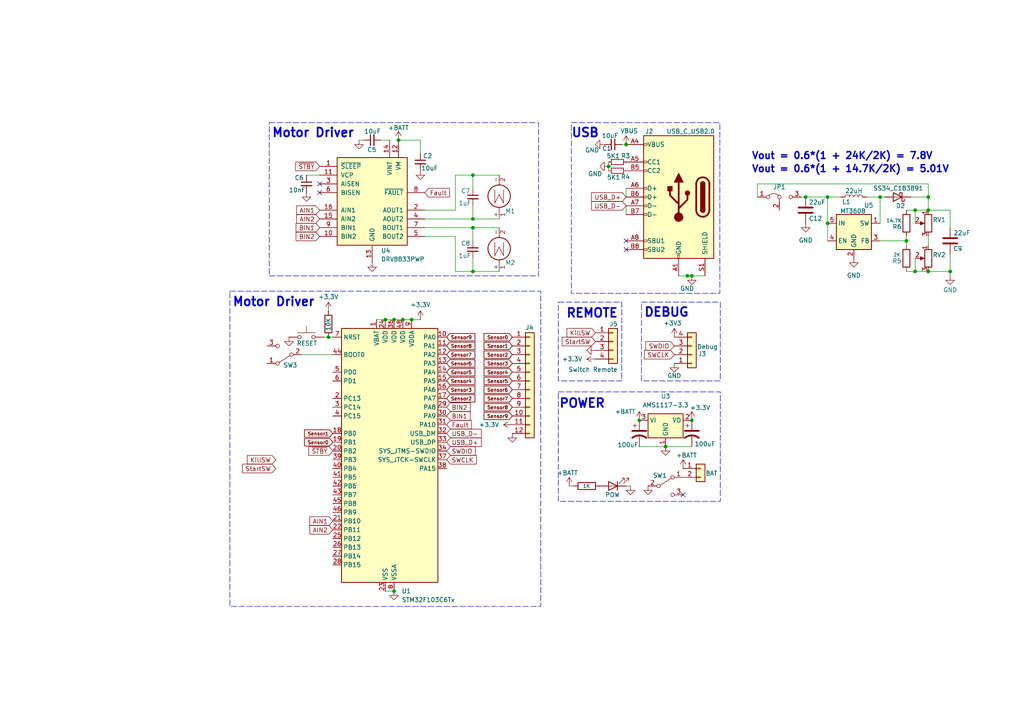
<source format=kicad_sch>
(kicad_sch (version 20231120) (generator "eeschema") (generator_version "8.0")
  (paper "A4")
  (lib_symbols
    (symbol "Connector:USB_C_Receptacle_USB2.0" (pin_names (offset 1.016))
      (property "Reference" "J3" (at -5.715 21.209 0))
      (property "Value" "USB_C_USB2.0" (at 3.556 19.05 0))
      (symbol "USB_C_Receptacle_USB2.0_0_0"
        (rectangle (start -0.254 -17.78) (end 0.254 -16.764))
        (rectangle (start 10.16 -14.986) (end 9.144 -15.494))
        (rectangle (start 10.16 -12.446) (end 9.144 -12.954))
        (rectangle (start 10.16 -4.826) (end 9.144 -5.334))
        (rectangle (start 10.16 -2.286) (end 9.144 -2.794))
        (rectangle (start 10.16 0.254) (end 9.144 -0.254))
        (rectangle (start 10.16 2.794) (end 9.144 2.286))
        (rectangle (start 10.16 7.874) (end 9.144 7.366))
        (rectangle (start 10.16 10.414) (end 9.144 9.906))
        (rectangle (start 10.16 15.494) (end 9.144 14.986))
      )
      (symbol "USB_C_Receptacle_USB2.0_0_1"
        (rectangle (start -10.16 17.78) (end 10.16 -17.78) (stroke (width 0.254)) (fill (type background)))
        (arc (start -8.89 -3.81) (mid -6.985 -5.7067) (end -5.08 -3.81) (stroke (width 0.508)))
        (arc (start -7.62 -3.81) (mid -6.985 -4.4423) (end -6.35 -3.81) (stroke (width 0.254)))
        (arc (start -7.62 -3.81) (mid -6.985 -4.4423) (end -6.35 -3.81) (stroke (width 0.254)) (fill (type outline)))
        (rectangle (start -7.62 -3.81) (end -6.35 3.81) (stroke (width 0.254)) (fill (type outline)))
        (arc (start -6.35 3.81) (mid -6.985 4.4423) (end -7.62 3.81) (stroke (width 0.254)))
        (arc (start -6.35 3.81) (mid -6.985 4.4423) (end -7.62 3.81) (stroke (width 0.254)) (fill (type outline)))
        (arc (start -5.08 3.81) (mid -6.985 5.7067) (end -8.89 3.81) (stroke (width 0.508)))
        (circle (center -2.54 1.143) (radius 0.635) (stroke (width 0.254)) (fill (type outline)))
        (circle (center 0 -5.842) (radius 1.27) (fill (type outline)))
        (polyline (pts (xy -8.89 -3.81) (xy -8.89 3.81)) (stroke (width 0.508)))
        (polyline (pts (xy -5.08 3.81) (xy -5.08 -3.81)) (stroke (width 0.508)))
        (polyline (pts (xy 0 -5.842) (xy 0 4.318)) (stroke (width 0.508)))
        (polyline (pts (xy 0 -3.302) (xy -2.54 -0.762) (xy -2.54 0.508)) (stroke (width 0.508)))
        (polyline (pts (xy 0 -2.032) (xy 2.54 0.508) (xy 2.54 1.778)) (stroke (width 0.508)))
        (polyline (pts (xy -1.27 4.318) (xy 0 6.858) (xy 1.27 4.318) (xy -1.27 4.318)) (stroke (width 0.254)) (fill (type outline)))
        (rectangle (start 1.905 1.778) (end 3.175 3.048) (stroke (width 0.254)) (fill (type outline)))
      )
      (symbol "USB_C_Receptacle_USB2.0_1_1"
        (pin passive line (at 0 -22.86 90) (length 5.08) (name "GND") (number "A1"))
        (pin passive line (at 15.24 15.24 180) (length 5.08) (name "VBUS") (number "A4"))
        (pin bidirectional line (at 15.24 10.16 180) (length 5.08) (name "CC1") (number "A5"))
        (pin bidirectional line (at 15.24 2.54 180) (length 5.08) (name "D+") (number "A6"))
        (pin bidirectional line (at 15.24 -2.54 180) (length 5.08) (name "D-") (number "A7"))
        (pin bidirectional line (at 15.24 -12.7 180) (length 5.08) (name "SBU1") (number "A8"))
        (pin passive line (at -2.54 -22.86 90) (length 5.08) hide (name "GND") (number "B1"))
        (pin passive line (at 15.24 12.7 180) (length 5.08) hide (name "VBUS") (number "B4"))
        (pin bidirectional line (at 15.24 7.62 180) (length 5.08) (name "CC2") (number "B5"))
        (pin bidirectional line (at 15.24 0 180) (length 5.08) (name "D+") (number "B6"))
        (pin bidirectional line (at 15.24 -5.08 180) (length 5.08) (name "D-") (number "B7"))
        (pin bidirectional line (at 15.24 -15.24 180) (length 5.08) (name "SBU2") (number "B8"))
        (pin passive line (at -7.62 -22.86 90) (length 5.08) (name "SHIELD") (number "S1"))
      )
    )
    (symbol "Connector_Generic:Conn_01x02" (pin_names (offset 1.016) hide)
      (property "Reference" "J" (at 0 2.54 0))
      (property "Value" "Conn_01x02" (at 0 -5.08 0))
      (symbol "Conn_01x02_1_1"
        (rectangle (start -1.27 -2.413) (end 0 -2.667) (stroke (width 0.1524)))
        (rectangle (start -1.27 0.127) (end 0 -0.127) (stroke (width 0.1524)))
        (rectangle (start -1.27 1.27) (end 1.27 -3.81) (stroke (width 0.254)) (fill (type background)))
        (pin passive line (at -5.08 0 0) (length 3.81) (name "Pin_1") (number "1"))
        (pin passive line (at -5.08 -2.54 0) (length 3.81) (name "Pin_2") (number "2"))
      )
    )
    (symbol "Connector_Generic:Conn_01x04" (pin_names (offset 1.016) hide)
      (property "Reference" "J" (at 0 5.08 0))
      (property "Value" "Conn_01x04" (at 0 -7.62 0))
      (symbol "Conn_01x04_1_1"
        (rectangle (start -1.27 -4.953) (end 0 -5.207) (stroke (width 0.1524)))
        (rectangle (start -1.27 -2.413) (end 0 -2.667) (stroke (width 0.1524)))
        (rectangle (start -1.27 0.127) (end 0 -0.127) (stroke (width 0.1524)))
        (rectangle (start -1.27 2.667) (end 0 2.413) (stroke (width 0.1524)))
        (rectangle (start -1.27 3.81) (end 1.27 -6.35) (stroke (width 0.254)) (fill (type background)))
        (pin passive line (at -5.08 2.54 0) (length 3.81) (name "Pin_1") (number "1"))
        (pin passive line (at -5.08 0 0) (length 3.81) (name "Pin_2") (number "2"))
        (pin passive line (at -5.08 -2.54 0) (length 3.81) (name "Pin_3") (number "3"))
        (pin passive line (at -5.08 -5.08 0) (length 3.81) (name "Pin_4") (number "4"))
      )
    )
    (symbol "Connector_Generic:Conn_01x12" (pin_names (offset 1.016) hide)
      (property "Reference" "J" (at 0 15.24 0))
      (property "Value" "Conn_01x12" (at 0 -17.78 0))
      (symbol "Conn_01x12_1_1"
        (rectangle (start -1.27 -15.113) (end 0 -15.367) (stroke (width 0.1524)))
        (rectangle (start -1.27 -12.573) (end 0 -12.827) (stroke (width 0.1524)))
        (rectangle (start -1.27 -10.033) (end 0 -10.287) (stroke (width 0.1524)))
        (rectangle (start -1.27 -7.493) (end 0 -7.747) (stroke (width 0.1524)))
        (rectangle (start -1.27 -4.953) (end 0 -5.207) (stroke (width 0.1524)))
        (rectangle (start -1.27 -2.413) (end 0 -2.667) (stroke (width 0.1524)))
        (rectangle (start -1.27 0.127) (end 0 -0.127) (stroke (width 0.1524)))
        (rectangle (start -1.27 2.667) (end 0 2.413) (stroke (width 0.1524)))
        (rectangle (start -1.27 5.207) (end 0 4.953) (stroke (width 0.1524)))
        (rectangle (start -1.27 7.747) (end 0 7.493) (stroke (width 0.1524)))
        (rectangle (start -1.27 10.287) (end 0 10.033) (stroke (width 0.1524)))
        (rectangle (start -1.27 12.827) (end 0 12.573) (stroke (width 0.1524)))
        (rectangle (start -1.27 13.97) (end 1.27 -16.51) (stroke (width 0.254)) (fill (type background)))
        (pin passive line (at -5.08 12.7 0) (length 3.81) (name "Pin_1") (number "1"))
        (pin passive line (at -5.08 -10.16 0) (length 3.81) (name "Pin_10") (number "10"))
        (pin passive line (at -5.08 -12.7 0) (length 3.81) (name "Pin_11") (number "11"))
        (pin passive line (at -5.08 -15.24 0) (length 3.81) (name "Pin_12") (number "12"))
        (pin passive line (at -5.08 10.16 0) (length 3.81) (name "Pin_2") (number "2"))
        (pin passive line (at -5.08 7.62 0) (length 3.81) (name "Pin_3") (number "3"))
        (pin passive line (at -5.08 5.08 0) (length 3.81) (name "Pin_4") (number "4"))
        (pin passive line (at -5.08 2.54 0) (length 3.81) (name "Pin_5") (number "5"))
        (pin passive line (at -5.08 0 0) (length 3.81) (name "Pin_6") (number "6"))
        (pin passive line (at -5.08 -2.54 0) (length 3.81) (name "Pin_7") (number "7"))
        (pin passive line (at -5.08 -5.08 0) (length 3.81) (name "Pin_8") (number "8"))
        (pin passive line (at -5.08 -7.62 0) (length 3.81) (name "Pin_9") (number "9"))
      )
    )
    (symbol "Device:C" (pin_numbers hide) (pin_names (offset 0.254))
      (property "Reference" "C" (at 0.635 2.54 0))
      (property "Value" "C" (at 0.635 -2.54 0))
      (symbol "C_0_1"
        (polyline (pts (xy -2.032 -0.762) (xy 2.032 -0.762)) (stroke (width 0.508)))
        (polyline (pts (xy -2.032 0.762) (xy 2.032 0.762)) (stroke (width 0.508)))
      )
      (symbol "C_1_1"
        (pin passive line (at 0 3.81 270) (length 2.794) (name "~") (number "1"))
        (pin passive line (at 0 -3.81 90) (length 2.794) (name "~") (number "2"))
      )
    )
    (symbol "Device:C_Polarized_US" (pin_numbers hide) (pin_names (offset 0.254) hide)
      (property "Reference" "C" (at 0.635 2.54 0))
      (property "Value" "C_Polarized_US" (at 0.635 -2.54 0))
      (symbol "C_Polarized_US_0_1"
        (polyline (pts (xy -2.032 0.762) (xy 2.032 0.762)) (stroke (width 0.508)))
        (polyline (pts (xy -1.778 2.286) (xy -0.762 2.286)))
        (polyline (pts (xy -1.27 1.778) (xy -1.27 2.794)))
        (arc (start 2.032 -1.27) (mid 0 -0.5572) (end -2.032 -1.27) (stroke (width 0.508)))
      )
      (symbol "C_Polarized_US_1_1"
        (pin passive line (at 0 3.81 270) (length 2.794) (name "~") (number "1"))
        (pin passive line (at 0 -3.81 90) (length 3.302) (name "~") (number "2"))
      )
    )
    (symbol "Device:C_Small" (pin_numbers hide) (pin_names (offset 0.254) hide)
      (property "Reference" "C" (at 0.254 1.778 0))
      (property "Value" "C_Small" (at 0.254 -2.032 0))
      (symbol "C_Small_0_1"
        (polyline (pts (xy -1.524 -0.508) (xy 1.524 -0.508)) (stroke (width 0.3302)))
        (polyline (pts (xy -1.524 0.508) (xy 1.524 0.508)) (stroke (width 0.3048)))
      )
      (symbol "C_Small_1_1"
        (pin passive line (at 0 2.54 270) (length 2.032) (name "~") (number "1"))
        (pin passive line (at 0 -2.54 90) (length 2.032) (name "~") (number "2"))
      )
    )
    (symbol "Device:D_Schottky" (pin_numbers hide) (pin_names (offset 1.016) hide)
      (property "Reference" "D" (at 0 2.54 0))
      (property "Value" "D_Schottky" (at 0 -2.54 0))
      (symbol "D_Schottky_0_1"
        (polyline (pts (xy 1.27 0) (xy -1.27 0)))
        (polyline (pts (xy 1.27 1.27) (xy 1.27 -1.27) (xy -1.27 0) (xy 1.27 1.27)) (stroke (width 0.254)))
        (polyline (pts (xy -1.905 0.635) (xy -1.905 1.27) (xy -1.27 1.27) (xy -1.27 -1.27) (xy -0.635 -1.27) (xy -0.635 -0.635)) (stroke (width 0.254)))
      )
      (symbol "D_Schottky_1_1"
        (pin passive line (at -3.81 0 0) (length 2.54) (name "K") (number "1"))
        (pin passive line (at 3.81 0 180) (length 2.54) (name "A") (number "2"))
      )
    )
    (symbol "Device:L" (pin_numbers hide) (pin_names (offset 1.016) hide)
      (property "Reference" "L" (at -1.27 0 90))
      (property "Value" "L" (at 1.905 0 90))
      (symbol "L_0_1"
        (arc (start 0 -2.54) (mid 0.6323 -1.905) (end 0 -1.27))
        (arc (start 0 -1.27) (mid 0.6323 -0.635) (end 0 0))
        (arc (start 0 0) (mid 0.6323 0.635) (end 0 1.27))
        (arc (start 0 1.27) (mid 0.6323 1.905) (end 0 2.54))
      )
      (symbol "L_1_1"
        (pin passive line (at 0 3.81 270) (length 1.27) (name "1") (number "1"))
        (pin passive line (at 0 -3.81 90) (length 1.27) (name "2") (number "2"))
      )
    )
    (symbol "Device:LED" (pin_numbers hide) (pin_names (offset 1.016) hide)
      (property "Reference" "D" (at 0 2.54 0))
      (property "Value" "LED" (at 0 -2.54 0))
      (symbol "LED_0_1"
        (polyline (pts (xy -1.27 -1.27) (xy -1.27 1.27)) (stroke (width 0.254)))
        (polyline (pts (xy -1.27 0) (xy 1.27 0)))
        (polyline (pts (xy 1.27 -1.27) (xy 1.27 1.27) (xy -1.27 0) (xy 1.27 -1.27)) (stroke (width 0.254)))
        (polyline (pts (xy -3.048 -0.762) (xy -4.572 -2.286) (xy -3.81 -2.286) (xy -4.572 -2.286) (xy -4.572 -1.524)))
        (polyline (pts (xy -1.778 -0.762) (xy -3.302 -2.286) (xy -2.54 -2.286) (xy -3.302 -2.286) (xy -3.302 -1.524)))
      )
      (symbol "LED_1_1"
        (pin passive line (at -3.81 0 0) (length 2.54) (name "K") (number "1"))
        (pin passive line (at 3.81 0 180) (length 2.54) (name "A") (number "2"))
      )
    )
    (symbol "Device:R" (pin_numbers hide) (pin_names (offset 0))
      (property "Reference" "R" (at 2.032 0 90))
      (property "Value" "R" (at 0 0 90))
      (symbol "R_0_1"
        (rectangle (start -1.016 -2.54) (end 1.016 2.54) (stroke (width 0.254)))
      )
      (symbol "R_1_1"
        (pin passive line (at 0 3.81 270) (length 1.27) (name "~") (number "1"))
        (pin passive line (at 0 -3.81 90) (length 1.27) (name "~") (number "2"))
      )
    )
    (symbol "Device:R_Potentiometer" (pin_names (offset 1.016) hide)
      (property "Reference" "RV" (at -4.445 0 90))
      (property "Value" "R_Potentiometer" (at -2.54 0 90))
      (symbol "R_Potentiometer_0_1"
        (polyline (pts (xy 2.54 0) (xy 1.524 0)))
        (polyline (pts (xy 1.143 0) (xy 2.286 0.508) (xy 2.286 -0.508) (xy 1.143 0)) (fill (type outline)))
        (rectangle (start 1.016 2.54) (end -1.016 -2.54) (stroke (width 0.254)))
      )
      (symbol "R_Potentiometer_1_1"
        (pin passive line (at 0 3.81 270) (length 1.27) (name "1") (number "1"))
        (pin passive line (at 3.81 0 180) (length 1.27) (name "2") (number "2"))
        (pin passive line (at 0 -3.81 90) (length 1.27) (name "3") (number "3"))
      )
    )
    (symbol "Device:R_Small" (pin_numbers hide) (pin_names (offset 0.254) hide)
      (property "Reference" "R" (at 0.762 0.508 0))
      (property "Value" "R_Small" (at 0.762 -1.016 0))
      (symbol "R_Small_0_1"
        (rectangle (start -0.762 1.778) (end 0.762 -1.778) (stroke (width 0.2032)))
      )
      (symbol "R_Small_1_1"
        (pin passive line (at 0 2.54 270) (length 0.762) (name "~") (number "1"))
        (pin passive line (at 0 -2.54 90) (length 0.762) (name "~") (number "2"))
      )
    )
    (symbol "Driver_Motor:DRV8833PWP" (pin_names (offset 1.016))
      (property "Reference" "U" (at -3.81 16.51 0))
      (property "Value" "DRV8833PWP" (at -3.81 13.97 0))
      (symbol "DRV8833PWP_0_1"
        (rectangle (start -10.16 12.7) (end 10.16 -12.7) (stroke (width 0.254)) (fill (type background)))
      )
      (symbol "DRV8833PWP_1_1"
        (pin input line (at -15.24 10.16 0) (length 5.08) (name "~{SLEEP}") (number "1"))
        (pin input line (at -15.24 -10.16 0) (length 5.08) (name "BIN2") (number "10"))
        (pin bidirectional line (at -15.24 7.62 0) (length 5.08) (name "VCP") (number "11"))
        (pin power_in line (at 7.62 17.78 270) (length 5.08) (name "VM") (number "12"))
        (pin power_in line (at 0 -17.78 90) (length 5.08) (name "GND") (number "13"))
        (pin power_in line (at 5.08 17.78 270) (length 5.08) (name "VINT") (number "14"))
        (pin input line (at -15.24 -5.08 0) (length 5.08) (name "AIN2") (number "15"))
        (pin input line (at -15.24 -2.54 0) (length 5.08) (name "AIN1") (number "16"))
        (pin passive line (at 0 -17.78 90) (length 5.08) hide (name "GND") (number "17"))
        (pin power_out line (at 15.24 -2.54 180) (length 5.08) (name "AOUT1") (number "2"))
        (pin bidirectional line (at -15.24 5.08 0) (length 5.08) (name "AISEN") (number "3"))
        (pin power_out line (at 15.24 -5.08 180) (length 5.08) (name "AOUT2") (number "4"))
        (pin power_out line (at 15.24 -10.16 180) (length 5.08) (name "BOUT2") (number "5"))
        (pin bidirectional line (at -15.24 2.54 0) (length 5.08) (name "BISEN") (number "6"))
        (pin power_out line (at 15.24 -7.62 180) (length 5.08) (name "BOUT1") (number "7"))
        (pin open_collector line (at 15.24 2.54 180) (length 5.08) (name "~{FAULT}") (number "8"))
        (pin input line (at -15.24 -7.62 0) (length 5.08) (name "BIN1") (number "9"))
      )
    )
    (symbol "Jumper:Jumper_3_Bridged12" (pin_names (offset 0) hide)
      (property "Reference" "JP" (at -2.54 -2.54 0))
      (property "Value" "Jumper_3_Bridged12" (at 0 2.794 0))
      (symbol "Jumper_3_Bridged12_0_0"
        (circle (center -3.302 0) (radius 0.508))
        (circle (center 0 0) (radius 0.508))
        (circle (center 3.302 0) (radius 0.508))
      )
      (symbol "Jumper_3_Bridged12_0_1"
        (arc (start -0.254 0.508) (mid -1.651 0.9912) (end -3.048 0.508))
        (polyline (pts (xy 0 -1.27) (xy 0 -0.508)))
      )
      (symbol "Jumper_3_Bridged12_1_1"
        (pin passive line (at -6.35 0 0) (length 2.54) (name "A") (number "1"))
        (pin passive line (at 0 -3.81 90) (length 2.54) (name "C") (number "2"))
        (pin passive line (at 6.35 0 180) (length 2.54) (name "B") (number "3"))
      )
    )
    (symbol "MCU_ST_STM32F1:STM32F103C6Tx"
      (property "Reference" "U" (at -12.7 39.37 0))
      (property "Value" "STM32F103C6Tx" (at 10.16 39.37 0))
      (symbol "STM32F103C6Tx_0_1"
        (rectangle (start -12.7 -35.56) (end 15.24 38.1) (stroke (width 0.254)) (fill (type background)))
      )
      (symbol "STM32F103C6Tx_1_1"
        (pin power_in line (at -2.54 40.64 270) (length 2.54) (name "VBAT") (number "1"))
        (pin bidirectional line (at 17.78 35.56 180) (length 2.54) (name "PA0") (number "10"))
        (pin bidirectional line (at 17.78 33.02 180) (length 2.54) (name "PA1") (number "11"))
        (pin bidirectional line (at 17.78 30.48 180) (length 2.54) (name "PA2") (number "12"))
        (pin bidirectional line (at 17.78 27.94 180) (length 2.54) (name "PA3") (number "13"))
        (pin bidirectional line (at 17.78 25.4 180) (length 2.54) (name "PA4") (number "14"))
        (pin bidirectional line (at 17.78 22.86 180) (length 2.54) (name "PA5") (number "15"))
        (pin bidirectional line (at 17.78 20.32 180) (length 2.54) (name "PA6") (number "16"))
        (pin bidirectional line (at 17.78 17.78 180) (length 2.54) (name "PA7") (number "17"))
        (pin bidirectional line (at -15.24 7.62 0) (length 2.54) (name "PB0") (number "18"))
        (pin bidirectional line (at -15.24 5.08 0) (length 2.54) (name "PB1") (number "19"))
        (pin bidirectional line (at -15.24 17.78 0) (length 2.54) (name "PC13") (number "2"))
        (pin bidirectional line (at -15.24 2.54 0) (length 2.54) (name "PB2") (number "20"))
        (pin bidirectional line (at -15.24 -17.78 0) (length 2.54) (name "PB10") (number "21"))
        (pin bidirectional line (at -15.24 -20.32 0) (length 2.54) (name "PB11") (number "22"))
        (pin power_in line (at 0 -38.1 90) (length 2.54) (name "VSS") (number "23"))
        (pin power_in line (at 0 40.64 270) (length 2.54) (name "VDD") (number "24"))
        (pin bidirectional line (at -15.24 -22.86 0) (length 2.54) (name "PB12") (number "25"))
        (pin bidirectional line (at -15.24 -25.4 0) (length 2.54) (name "PB13") (number "26"))
        (pin bidirectional line (at -15.24 -27.94 0) (length 2.54) (name "PB14") (number "27"))
        (pin bidirectional line (at -15.24 -30.48 0) (length 2.54) (name "PB15") (number "28"))
        (pin bidirectional line (at 17.78 15.24 180) (length 2.54) (name "PA8") (number "29"))
        (pin bidirectional line (at -15.24 15.24 0) (length 2.54) (name "PC14") (number "3"))
        (pin bidirectional line (at 17.78 12.7 180) (length 2.54) (name "PA9") (number "30"))
        (pin bidirectional line (at 17.78 10.16 180) (length 2.54) (name "PA10") (number "31"))
        (pin bidirectional line (at 17.78 7.62 180) (length 2.54) (name "PA11") (number "32") (alternate "USB_DM" bidirectional line))
        (pin bidirectional line (at 17.78 5.08 180) (length 2.54) (name "PA12") (number "33") (alternate "USB_DP" bidirectional line))
        (pin bidirectional line (at 17.78 2.54 180) (length 2.54) (name "PA13") (number "34") (alternate "SYS_JTMS-SWDIO" bidirectional line))
        (pin passive line (at 0 -38.1 90) (length 2.54) hide (name "VSS") (number "35"))
        (pin power_in line (at 2.54 40.64 270) (length 2.54) (name "VDD") (number "36"))
        (pin bidirectional line (at 17.78 0 180) (length 2.54) (name "PA14") (number "37") (alternate "SYS_JTCK-SWCLK" bidirectional line))
        (pin bidirectional line (at 17.78 -2.54 180) (length 2.54) (name "PA15") (number "38"))
        (pin bidirectional line (at -15.24 0 0) (length 2.54) (name "PB3") (number "39"))
        (pin bidirectional line (at -15.24 12.7 0) (length 2.54) (name "PC15") (number "4"))
        (pin bidirectional line (at -15.24 -2.54 0) (length 2.54) (name "PB4") (number "40"))
        (pin bidirectional line (at -15.24 -5.08 0) (length 2.54) (name "PB5") (number "41"))
        (pin bidirectional line (at -15.24 -7.62 0) (length 2.54) (name "PB6") (number "42"))
        (pin bidirectional line (at -15.24 -10.16 0) (length 2.54) (name "PB7") (number "43"))
        (pin input line (at -15.24 30.48 0) (length 2.54) (name "BOOT0") (number "44"))
        (pin bidirectional line (at -15.24 -12.7 0) (length 2.54) (name "PB8") (number "45"))
        (pin bidirectional line (at -15.24 -15.24 0) (length 2.54) (name "PB9") (number "46"))
        (pin passive line (at 0 -38.1 90) (length 2.54) hide (name "VSS") (number "47"))
        (pin power_in line (at 5.08 40.64 270) (length 2.54) (name "VDD") (number "48"))
        (pin bidirectional line (at -15.24 25.4 0) (length 2.54) (name "PD0") (number "5"))
        (pin bidirectional line (at -15.24 22.86 0) (length 2.54) (name "PD1") (number "6"))
        (pin input line (at -15.24 35.56 0) (length 2.54) (name "NRST") (number "7"))
        (pin power_in line (at 2.54 -38.1 90) (length 2.54) (name "VSSA") (number "8"))
        (pin power_in line (at 7.62 40.64 270) (length 2.54) (name "VDDA") (number "9"))
      )
    )
    (symbol "Motor:Motor_DC" (pin_names (offset 0))
      (property "Reference" "M" (at 2.54 2.54 0))
      (property "Value" "Motor_DC" (at 2.54 -5.08 0))
      (symbol "Motor_DC_0_0"
        (polyline (pts (xy -1.27 -3.302) (xy -1.27 0.508) (xy 0 -2.032) (xy 1.27 0.508) (xy 1.27 -3.302)))
      )
      (symbol "Motor_DC_0_1"
        (circle (center 0 -1.524) (radius 3.2512) (stroke (width 0.254)))
        (polyline (pts (xy 0 -7.62) (xy 0 -7.112)))
        (polyline (pts (xy 0 -4.7752) (xy 0 -5.1816)))
        (polyline (pts (xy 0 1.7272) (xy 0 2.0828)))
        (polyline (pts (xy 0 2.032) (xy 0 2.54)))
      )
      (symbol "Motor_DC_1_1"
        (pin passive line (at 0 5.08 270) (length 2.54) (name "+") (number "1"))
        (pin passive line (at 0 -7.62 90) (length 2.54) (name "-") (number "2"))
      )
    )
    (symbol "Regulator_Linear:AMS1117-3.3"
      (property "Reference" "U" (at -3.81 3.175 0))
      (property "Value" "AMS1117-3.3" (at 0 3.175 0))
      (symbol "AMS1117-3.3_0_1"
        (rectangle (start -5.08 -5.08) (end 5.08 1.905) (stroke (width 0.254)) (fill (type background)))
      )
      (symbol "AMS1117-3.3_1_1"
        (pin power_in line (at 0 -7.62 90) (length 2.54) (name "GND") (number "1"))
        (pin power_out line (at 7.62 0 180) (length 2.54) (name "VO") (number "2"))
        (pin power_in line (at -7.62 0 0) (length 2.54) (name "VI") (number "3"))
      )
    )
    (symbol "Regulator_Switching:MT3608"
      (property "Reference" "U" (at -2.54 8.89 0))
      (property "Value" "MT3608" (at -3.81 6.35 0))
      (symbol "MT3608_0_1"
        (rectangle (start -5.08 5.08) (end 5.08 -5.08) (stroke (width 0.254)) (fill (type background)))
      )
      (symbol "MT3608_1_1"
        (pin passive line (at 7.62 2.54 180) (length 2.54) (name "SW") (number "1"))
        (pin power_in line (at 0 -7.62 90) (length 2.54) (name "GND") (number "2"))
        (pin input line (at 7.62 -2.54 180) (length 2.54) (name "FB") (number "3"))
        (pin input line (at -7.62 -2.54 0) (length 2.54) (name "EN") (number "4"))
        (pin power_in line (at -7.62 2.54 0) (length 2.54) (name "IN") (number "5"))
        (pin no_connect line (at 5.08 0 180) (length 2.54) hide (name "NC") (number "6"))
      )
    )
    (symbol "Switch:SW_Push" (pin_numbers hide) (pin_names (offset 1.016) hide)
      (property "Reference" "SW" (at 1.27 2.54 0))
      (property "Value" "SW_Push" (at 0 -1.524 0))
      (symbol "SW_Push_0_1"
        (circle (center -2.032 0) (radius 0.508))
        (polyline (pts (xy 0 1.27) (xy 0 3.048)))
        (polyline (pts (xy 2.54 1.27) (xy -2.54 1.27)))
        (circle (center 2.032 0) (radius 0.508))
        (pin passive line (at -5.08 0 0) (length 2.54) (name "1") (number "1"))
        (pin passive line (at 5.08 0 180) (length 2.54) (name "2") (number "2"))
      )
    )
    (symbol "Switch:SW_SPDT" (pin_names (offset 0) hide)
      (property "Reference" "SW" (at 0 4.318 0))
      (property "Value" "SW_SPDT" (at 0 -5.08 0))
      (symbol "SW_SPDT_0_0"
        (circle (center -2.032 0) (radius 0.508))
        (circle (center 2.032 -2.54) (radius 0.508))
      )
      (symbol "SW_SPDT_0_1"
        (polyline (pts (xy -1.524 0.254) (xy 1.651 2.286)))
        (circle (center 2.032 2.54) (radius 0.508))
      )
      (symbol "SW_SPDT_1_1"
        (pin passive line (at 5.08 2.54 180) (length 2.54) (name "A") (number "1"))
        (pin passive line (at -5.08 0 0) (length 2.54) (name "B") (number "2"))
        (pin passive line (at 5.08 -2.54 180) (length 2.54) (name "C") (number "3"))
      )
    )
    (symbol "power:+3.3V" (power) (pin_numbers hide) (pin_names (offset 0) hide)
      (property "Value" "+3.3V" (at 0 3.556 0))
      (symbol "+3.3V_0_1"
        (polyline (pts (xy -0.762 1.27) (xy 0 2.54)))
        (polyline (pts (xy 0 0) (xy 0 2.54)))
        (polyline (pts (xy 0 2.54) (xy 0.762 1.27)))
      )
      (symbol "+3.3V_1_1"
        (pin power_in line (at 0 0 90) (length 0) (name "~") (number "1"))
      )
    )
    (symbol "power:+3V3" (power) (pin_names (offset 0))
      (property "Value" "+3V3" (at 0 3.556 0))
      (symbol "+3V3_0_1"
        (polyline (pts (xy -0.762 1.27) (xy 0 2.54)))
        (polyline (pts (xy 0 0) (xy 0 2.54)))
        (polyline (pts (xy 0 2.54) (xy 0.762 1.27)))
      )
      (symbol "+3V3_1_1"
        (pin power_in line (at 0 0 90) (length 0) hide (name "+3V3") (number "1"))
      )
    )
    (symbol "power:+BATT" (power) (pin_names (offset 0))
      (property "Value" "+BATT" (at 0 3.556 0))
      (symbol "+BATT_0_1"
        (polyline (pts (xy -0.762 1.27) (xy 0 2.54)))
        (polyline (pts (xy 0 0) (xy 0 2.54)))
        (polyline (pts (xy 0 2.54) (xy 0.762 1.27)))
      )
      (symbol "+BATT_1_1"
        (pin power_in line (at 0 0 90) (length 0) hide (name "+BATT") (number "1"))
      )
    )
    (symbol "power:GND" (power) (pin_names (offset 0))
      (property "Value" "GND" (at 0 -3.81 0))
      (symbol "GND_0_1"
        (polyline (pts (xy 0 0) (xy 0 -1.27) (xy 1.27 -1.27) (xy 0 -2.54) (xy -1.27 -1.27) (xy 0 -1.27)))
      )
      (symbol "GND_1_1"
        (pin power_in line (at 0 0 270) (length 0) hide (name "GND") (number "1"))
      )
    )
    (symbol "power:VBUS" (power) (pin_names (offset 0))
      (property "Value" "VBUS" (at 0 3.81 0))
      (symbol "VBUS_0_1"
        (polyline (pts (xy -0.762 1.27) (xy 0 2.54)))
        (polyline (pts (xy 0 0) (xy 0 2.54)))
        (polyline (pts (xy 0 2.54) (xy 0.762 1.27)))
      )
      (symbol "VBUS_1_1"
        (pin power_in line (at 0 0 90) (length 0) hide (name "VBUS") (number "1"))
      )
    )
  )
  (junction (at 137.16 63.5))
  (junction (at 255.27 57.15))
  (junction (at 240.03 57.15))
  (junction (at 262.89 69.85))
  (junction (at 137.16 66.04))
  (junction (at 265.43 78.74))
  (junction (at 114.3 171.45))
  (junction (at 233.68 57.15))
  (junction (at 181.61 41.91))
  (junction (at 119.38 92.71))
  (junction (at 240.03 64.77))
  (junction (at 176.53 48.26))
  (junction (at 137.16 50.8))
  (junction (at 265.43 60.96))
  (junction (at 200.66 121.92))
  (junction (at 137.16 78.74))
  (junction (at 115.57 40.64))
  (junction (at 114.3 92.71))
  (junction (at 116.84 92.71))
  (junction (at 200.66 80.01))
  (junction (at 199.39 80.01))
  (junction (at 193.04 129.54))
  (junction (at 111.76 92.71))
  (junction (at 269.24 78.74))
  (junction (at 269.24 60.96))
  (junction (at 269.24 57.15))
  (junction (at 185.42 121.92))
  (junction (at 275.59 78.74))
  (junction (at 95.25 97.79))
  (no_connect (at 181.61 72.39))
  (no_connect (at 92.71 55.88))
  (no_connect (at 181.61 69.85))
  (no_connect (at 92.71 53.34))
  (no_connect (at 198.12 143.51))
  (wire (pts (xy 137.16 63.5) (xy 123.19 63.5)))
  (wire (pts (xy 269.24 78.74) (xy 275.59 78.74)))
  (wire (pts (xy 219.71 57.15) (xy 219.71 53.34)))
  (wire (pts (xy 111.76 171.45) (xy 114.3 171.45)))
  (wire (pts (xy 87.63 102.87) (xy 96.52 102.87)))
  (wire (pts (xy 243.84 57.15) (xy 240.03 57.15)))
  (wire (pts (xy 181.61 57.15) (xy 181.61 54.61)))
  (wire (pts (xy 275.59 60.96) (xy 275.59 66.04)))
  (wire (pts (xy 265.43 60.96) (xy 269.24 60.96)))
  (wire (pts (xy 144.78 63.5) (xy 137.16 63.5)))
  (wire (pts (xy 275.59 80.01) (xy 275.59 78.74)))
  (wire (pts (xy 240.03 64.77) (xy 240.03 69.85)))
  (wire (pts (xy 181.61 41.91) (xy 180.34 41.91)))
  (wire (pts (xy 114.3 92.71) (xy 116.84 92.71)))
  (wire (pts (xy 137.16 74.93) (xy 137.16 78.74)))
  (wire (pts (xy 137.16 50.8) (xy 132.08 50.8)))
  (wire (pts (xy 132.08 68.58) (xy 132.08 78.74)))
  (wire (pts (xy 137.16 66.04) (xy 123.19 66.04)))
  (wire (pts (xy 144.78 50.8) (xy 137.16 50.8)))
  (wire (pts (xy 132.08 50.8) (xy 132.08 60.96)))
  (wire (pts (xy 121.92 40.64) (xy 115.57 40.64)))
  (wire (pts (xy 193.04 129.54) (xy 200.66 129.54)))
  (wire (pts (xy 111.76 92.71) (xy 114.3 92.71)))
  (wire (pts (xy 95.25 97.79) (xy 96.52 97.79)))
  (wire (pts (xy 269.24 60.96) (xy 275.59 60.96)))
  (wire (pts (xy 137.16 59.69) (xy 137.16 63.5)))
  (wire (pts (xy 144.78 66.04) (xy 137.16 66.04)))
  (wire (pts (xy 137.16 66.04) (xy 137.16 69.85)))
  (wire (pts (xy 262.89 71.12) (xy 262.89 69.85)))
  (wire (pts (xy 104.14 40.64) (xy 105.41 40.64)))
  (wire (pts (xy 137.16 50.8) (xy 137.16 54.61)))
  (wire (pts (xy 93.98 97.79) (xy 95.25 97.79)))
  (wire (pts (xy 182.88 140.97) (xy 181.61 140.97)))
  (wire (pts (xy 132.08 78.74) (xy 137.16 78.74)))
  (wire (pts (xy 265.43 60.96) (xy 265.43 64.77)))
  (wire (pts (xy 109.22 92.71) (xy 111.76 92.71)))
  (wire (pts (xy 88.9 50.8) (xy 92.71 50.8)))
  (wire (pts (xy 240.03 57.15) (xy 240.03 64.77)))
  (wire (pts (xy 219.71 53.34) (xy 269.24 53.34)))
  (wire (pts (xy 269.24 71.12) (xy 269.24 68.58)))
  (wire (pts (xy 123.19 68.58) (xy 132.08 68.58)))
  (wire (pts (xy 121.92 92.71) (xy 119.38 92.71)))
  (wire (pts (xy 265.43 78.74) (xy 269.24 78.74)))
  (wire (pts (xy 132.08 60.96) (xy 123.19 60.96)))
  (wire (pts (xy 116.84 92.71) (xy 119.38 92.71)))
  (wire (pts (xy 176.53 48.26) (xy 176.53 46.99)))
  (wire (pts (xy 176.53 48.26) (xy 176.53 49.53)))
  (wire (pts (xy 165.1 140.97) (xy 166.37 140.97)))
  (wire (pts (xy 255.27 57.15) (xy 251.46 57.15)))
  (wire (pts (xy 269.24 57.15) (xy 264.16 57.15)))
  (wire (pts (xy 185.42 129.54) (xy 193.04 129.54)))
  (wire (pts (xy 121.92 44.45) (xy 121.92 40.64)))
  (wire (pts (xy 265.43 74.93) (xy 265.43 78.74)))
  (wire (pts (xy 255.27 57.15) (xy 255.27 64.77)))
  (wire (pts (xy 255.27 57.15) (xy 256.54 57.15)))
  (wire (pts (xy 269.24 57.15) (xy 269.24 53.34)))
  (wire (pts (xy 137.16 78.74) (xy 144.78 78.74)))
  (wire (pts (xy 199.39 80.01) (xy 200.66 80.01)))
  (wire (pts (xy 196.85 80.01) (xy 199.39 80.01)))
  (wire (pts (xy 262.89 69.85) (xy 262.89 68.58)))
  (wire (pts (xy 181.61 62.23) (xy 181.61 59.69)))
  (wire (pts (xy 200.66 80.01) (xy 204.47 80.01)))
  (wire (pts (xy 262.89 60.96) (xy 265.43 60.96)))
  (wire (pts (xy 255.27 69.85) (xy 262.89 69.85)))
  (wire (pts (xy 262.89 78.74) (xy 265.43 78.74)))
  (wire (pts (xy 275.59 73.66) (xy 275.59 78.74)))
  (wire (pts (xy 233.68 57.15) (xy 232.41 57.15)))
  (wire (pts (xy 240.03 57.15) (xy 233.68 57.15)))
  (wire (pts (xy 110.49 40.64) (xy 113.03 40.64)))
  (wire (pts (xy 269.24 60.96) (xy 269.24 57.15)))
  (rectangle (start 161.925 113.665) (end 208.915 145.415) (stroke (width 0) (type dash)))
  (rectangle (start 78.105 35.56) (end 156.21 80.01) (stroke (width 0) (type dash)))
  (rectangle (start 161.925 87.63) (end 180.34 110.49) (stroke (width 0) (type dash)))
  (rectangle (start 66.675 84.455) (end 156.845 175.895) (stroke (width 0) (type dash)))
  (rectangle (start 165.735 35.56) (end 208.788 85.09) (stroke (width 0) (type dash)))
  (rectangle (start 186.055 87.63) (end 208.915 110.49) (stroke (width 0) (type dash)))
  (text "Motor Driver" (at 78.74 40.132 0) (effects (font (size 2.54 2.54) (bold yes)) (justify left bottom)))
  (text "Vout = 0.6*(1 + 24K/2K) = 7.8V" (at 217.932 46.482 0) (effects (font (size 2 2) (thickness 0.4) (bold yes)) (justify left bottom)))
  (text "POWER\n" (at 162.052 118.618 0) (effects (font (size 2.54 2.54) (bold yes)) (justify left bottom)))
  (text "Motor Driver" (at 67.31 89.154 0) (effects (font (size 2.54 2.54) (bold yes)) (justify left bottom)))
  (text "USB\n" (at 165.608 40.132 0) (effects (font (size 2.54 2.54) (bold yes)) (justify left bottom)))
  (text "Vout = 0.6*(1 + 14.7K/2K) = 5.01V" (at 217.932 50.292 0) (effects (font (size 2 2) (thickness 0.4) (bold yes)) (justify left bottom)))
  (text "DEBUG\n" (at 186.69 92.202 0) (effects (font (size 2.54 2.54) (bold yes)) (justify left bottom)))
  (text "REMOTE\n" (at 164.084 92.456 0) (effects (font (size 2.54 2.54) (bold yes)) (justify left bottom)))
  (global_label "KillSW" (shape input) (at 80.01 133.35 180) (property "Intersheetrefs" "${INTERSHEET_REFS}" (effects (hide yes))))
  (global_label "Sensor2" (shape input) (at 148.59 102.87 180) (effects (font (size 1 1) (thickness 0.2) (bold yes))) (property "Intersheetrefs" "${INTERSHEET_REFS}" (effects (hide yes))))
  (global_label "Sensor0" (shape input) (at 148.59 97.79 180) (effects (font (size 1 1) (thickness 0.2) (bold yes))) (property "Intersheetrefs" "${INTERSHEET_REFS}" (effects (hide yes))))
  (global_label "AIN1" (shape input) (at 92.71 60.96 180) (property "Intersheetrefs" "${INTERSHEET_REFS}" (effects (hide yes))))
  (global_label "BIN1" (shape input) (at 92.71 66.04 180) (property "Intersheetrefs" "${INTERSHEET_REFS}" (effects (hide yes))))
  (global_label "SWCLK" (shape input) (at 195.58 102.87 180) (property "Intersheetrefs" "${INTERSHEET_REFS}" (effects (hide yes))))
  (global_label "USB_D+" (shape input) (at 129.54 128.27 0) (property "Intersheetrefs" "${INTERSHEET_REFS}" (effects (hide yes))))
  (global_label "StartSW" (shape input) (at 172.72 99.06 180) (property "Intersheetrefs" "${INTERSHEET_REFS}" (effects (hide yes))))
  (global_label "Sensor3" (shape input) (at 129.54 113.03 0) (effects (font (size 1 1) (thickness 0.2) (bold yes))) (property "Intersheetrefs" "${INTERSHEET_REFS}" (effects (hide yes))))
  (global_label "Sensor6" (shape input) (at 129.54 105.41 0) (effects (font (size 1 1) (thickness 0.2) (bold yes))) (property "Intersheetrefs" "${INTERSHEET_REFS}" (effects (hide yes))))
  (global_label "~{STBY}" (shape input) (at 96.52 130.81 180) (property "Intersheetrefs" "${INTERSHEET_REFS}" (effects (hide yes))))
  (global_label "Fault" (shape input) (at 123.19 55.88 0) (property "Intersheetrefs" "${INTERSHEET_REFS}" (effects (hide yes))))
  (global_label "Sensor6" (shape input) (at 148.59 113.03 180) (effects (font (size 1 1) (thickness 0.2) (bold yes))) (property "Intersheetrefs" "${INTERSHEET_REFS}" (effects (hide yes))))
  (global_label "Sensor7" (shape input) (at 129.54 102.87 0) (effects (font (size 1 1) (thickness 0.2) (bold yes))) (property "Intersheetrefs" "${INTERSHEET_REFS}" (effects (hide yes))))
  (global_label "Sensor7" (shape input) (at 148.59 115.57 180) (effects (font (size 1 1) (thickness 0.2) (bold yes))) (property "Intersheetrefs" "${INTERSHEET_REFS}" (effects (hide yes))))
  (global_label "BIN1" (shape input) (at 129.54 120.65 0) (property "Intersheetrefs" "${INTERSHEET_REFS}" (effects (hide yes))))
  (global_label "SWDIO" (shape input) (at 129.54 130.81 0) (property "Intersheetrefs" "${INTERSHEET_REFS}" (effects (hide yes))))
  (global_label "USB_D-" (shape input) (at 129.54 125.73 0) (property "Intersheetrefs" "${INTERSHEET_REFS}" (effects (hide yes))))
  (global_label "AIN2" (shape input) (at 92.71 63.5 180) (property "Intersheetrefs" "${INTERSHEET_REFS}" (effects (hide yes))))
  (global_label "Sensor8" (shape input) (at 148.59 118.11 180) (effects (font (size 1 1) (thickness 0.2) (bold yes))) (property "Intersheetrefs" "${INTERSHEET_REFS}" (effects (hide yes))))
  (global_label "SWDIO" (shape input) (at 195.58 100.33 180) (property "Intersheetrefs" "${INTERSHEET_REFS}" (effects (hide yes))))
  (global_label "Sensor3" (shape input) (at 148.59 105.41 180) (effects (font (size 1 1) (thickness 0.2) (bold yes))) (property "Intersheetrefs" "${INTERSHEET_REFS}" (effects (hide yes))))
  (global_label "AIN2" (shape input) (at 96.52 153.67 180) (property "Intersheetrefs" "${INTERSHEET_REFS}" (effects (hide yes))))
  (global_label "AIN1" (shape input) (at 96.52 151.13 180) (property "Intersheetrefs" "${INTERSHEET_REFS}" (effects (hide yes))))
  (global_label "Sensor4" (shape input) (at 129.54 110.49 0) (effects (font (size 1 1) (thickness 0.2) (bold yes))) (property "Intersheetrefs" "${INTERSHEET_REFS}" (effects (hide yes))))
  (global_label "Sensor2" (shape input) (at 129.54 115.57 0) (effects (font (size 1 1) (thickness 0.2) (bold yes))) (property "Intersheetrefs" "${INTERSHEET_REFS}" (effects (hide yes))))
  (global_label "Sensor8" (shape input) (at 129.54 100.33 0) (effects (font (size 1 1) (thickness 0.2) (bold yes))) (property "Intersheetrefs" "${INTERSHEET_REFS}" (effects (hide yes))))
  (global_label "Sensor4" (shape input) (at 148.59 107.95 180) (effects (font (size 1 1) (thickness 0.2) (bold yes))) (property "Intersheetrefs" "${INTERSHEET_REFS}" (effects (hide yes))))
  (global_label "Sensor9" (shape input) (at 129.54 97.79 0) (effects (font (size 1 1) (thickness 0.2) (bold yes))) (property "Intersheetrefs" "${INTERSHEET_REFS}" (effects (hide yes))))
  (global_label "Sensor5" (shape input) (at 148.59 110.49 180) (effects (font (size 1 1) (thickness 0.2) (bold yes))) (property "Intersheetrefs" "${INTERSHEET_REFS}" (effects (hide yes))))
  (global_label "Sensor1" (shape input) (at 148.59 100.33 180) (effects (font (size 1 1) (thickness 0.2) (bold yes))) (property "Intersheetrefs" "${INTERSHEET_REFS}" (effects (hide yes))))
  (global_label "~{STBY}" (shape input) (at 92.71 48.26 180) (property "Intersheetrefs" "${INTERSHEET_REFS}" (effects (hide yes))))
  (global_label "BIN2" (shape input) (at 92.71 68.58 180) (property "Intersheetrefs" "${INTERSHEET_REFS}" (effects (hide yes))))
  (global_label "Sensor5" (shape input) (at 129.54 107.95 0) (effects (font (size 1 1) (thickness 0.2) (bold yes))) (property "Intersheetrefs" "${INTERSHEET_REFS}" (effects (hide yes))))
  (global_label "KillSW" (shape input) (at 172.72 96.52 180) (property "Intersheetrefs" "${INTERSHEET_REFS}" (effects (hide yes))))
  (global_label "BIN2" (shape input) (at 129.54 118.11 0) (property "Intersheetrefs" "${INTERSHEET_REFS}" (effects (hide yes))))
  (global_label "USB_D-" (shape input) (at 181.61 59.69 180) (property "Intersheetrefs" "${INTERSHEET_REFS}" (effects (hide yes))))
  (global_label "Fault" (shape input) (at 129.54 123.19 0) (property "Intersheetrefs" "${INTERSHEET_REFS}" (effects (hide yes))))
  (global_label "SWCLK" (shape input) (at 129.54 133.35 0) (property "Intersheetrefs" "${INTERSHEET_REFS}" (effects (hide yes))))
  (global_label "USB_D+" (shape input) (at 181.61 57.15 180) (property "Intersheetrefs" "${INTERSHEET_REFS}" (effects (hide yes))))
  (global_label "Sensor1" (shape input) (at 96.52 125.73 180) (effects (font (size 1 1) (thickness 0.2) (bold yes))) (property "Intersheetrefs" "${INTERSHEET_REFS}" (effects (hide yes))))
  (global_label "Sensor0" (shape input) (at 96.52 128.27 180) (effects (font (size 1 1) (thickness 0.2) (bold yes))) (property "Intersheetrefs" "${INTERSHEET_REFS}" (effects (hide yes))))
  (global_label "Sensor9" (shape input) (at 148.59 120.65 180) (effects (font (size 1 1) (thickness 0.2) (bold yes))) (property "Intersheetrefs" "${INTERSHEET_REFS}" (effects (hide yes))))
  (global_label "StartSW" (shape input) (at 80.01 135.89 180) (property "Intersheetrefs" "${INTERSHEET_REFS}" (effects (hide yes))))
  (symbol (lib_id "Switch:SW_SPDT") (at 82.55 102.87 180) (unit 1)
    (property "Reference" "SW3" (at 84.201 105.918 0))
    (property "Value" "SW_SPDT" (effects (hide yes)))
  )
  (symbol (lib_id "power:GND") (at 104.14 40.64 0) (mirror y) (unit 1)
    (property "Reference" "#PWR022" (effects (hide yes)))
    (property "Value" "GND" (effects (hide yes)))
  )
  (symbol (lib_id "Device:LED") (at 177.8 140.97 180) (unit 1)
    (property "Reference" "D1" (effects (hide yes)))
    (property "Value" "POW" (at 175.514 143.51 0) (effects (justify right)))
  )
  (symbol (lib_id "power:GND") (at 200.66 80.01 0) (unit 1)
    (property "Reference" "#PWR018" (effects (hide yes)))
    (property "Value" "GND" (at 197.231 83.693 0) (effects (justify left)))
  )
  (symbol (lib_id "Device:C_Small") (at 137.16 57.15 0) (mirror y) (unit 1)
    (property "Reference" "C7" (at 136.398 55.372 0) (effects (justify left)))
    (property "Value" "1uF" (at 136.652 58.928 0) (effects (justify left)))
    (property "Footprint" "Capacitor_SMD:C_0603_1608Metric" (effects (hide yes)))
  )
  (symbol (lib_id "Connector_Generic:Conn_01x04") (at 200.66 102.87 0) (mirror x) (unit 1)
    (property "Reference" "J3" (at 202.438 102.616 0) (effects (justify left)))
    (property "Value" "Debug" (at 202.184 100.584 0) (effects (justify left)))
    (property "Footprint" "Connector_PinHeader_2.54mm:PinHeader_1x04_P2.54mm_Horizontal" (effects (hide yes)))
    (property "Description" "Generic connector, single row, 01x04, script generated (kicad-library-utils/schlib/autogen/connector/)" (effects (hide yes)))
  )
  (symbol (lib_id "Device:R") (at 262.89 64.77 0) (mirror x) (unit 1)
    (property "Reference" "R6" (at 258.826 65.786 0) (effects (justify left)))
    (property "Value" "14.7K" (at 257.048 64.008 0) (effects (font (size 1 1)) (justify left)))
    (property "Footprint" "Resistor_SMD:R_0805_2012Metric_Pad1.20x1.40mm_HandSolder" (effects (hide yes)))
  )
  (symbol (lib_id "Device:R") (at 95.25 93.98 180) (unit 1)
    (property "Reference" "R2" (effects (hide yes)))
    (property "Value" "10K" (at 95.25 92.075 90) (effects (justify left)))
    (property "Footprint" "Resistor_SMD:R_1206_3216Metric" (effects (hide yes)))
  )
  (symbol (lib_id "Device:D_Schottky") (at 260.35 57.15 180) (unit 1)
    (property "Reference" "D2" (at 259.842 59.69 0) (effects (justify right)))
    (property "Value" "SS34_C183891" (at 253.238 54.61 0) (effects (justify right)))
  )
  (symbol (lib_id "Connector_Generic:Conn_01x12") (at 153.67 110.49 0) (unit 1)
    (property "Reference" "J4" (at 152.4 94.996 0) (effects (justify left)))
    (property "Value" "Conn_01x12" (effects (hide yes)))
    (property "Description" "Generic connector, single row, 01x12, script generated (kicad-library-utils/schlib/autogen/connector/)" (effects (hide yes)))
  )
  (symbol (lib_id "MCU_ST_STM32F1:STM32F103C6Tx") (at 111.76 133.35 0) (unit 1)
    (property "Reference" "U1" (at 116.4941 171.45 0) (effects (justify left)))
    (property "Value" "STM32F103C6Tx" (at 116.4941 173.99 0) (effects (justify left)))
    (property "Footprint" "Package_QFP:LQFP-48_7x7mm_P0.5mm" (effects (hide yes)))
    (property "Datasheet" "https://www.st.com/resource/en/datasheet/stm32f103c6.pdf" (effects (hide yes)))
    (property "Description" "STMicroelectronics Arm Cortex-M3 MCU, 32KB flash, 10KB RAM, 72 MHz, 2.0-3.6V, 37 GPIO, LQFP48" (effects (hide yes)))
    (pin "32" (alternate "USB_DM"))
    (pin "33" (alternate "USB_DP"))
    (pin "34" (alternate "SYS_JTMS-SWDIO"))
    (pin "37" (alternate "SYS_JTCK-SWCLK"))
  )
  (symbol (lib_id "Connector_Generic:Conn_01x02") (at 203.2 135.89 0) (unit 1)
    (property "Reference" "J1" (effects (hide yes)))
    (property "Value" "BAT" (at 204.597 137.287 0) (effects (justify left)))
    (property "Footprint" "Connector_PinHeader_2.54mm:PinHeader_1x02_P2.54mm_Vertical" (effects (hide yes)))
  )
  (symbol (lib_id "power:GND") (at 88.9 55.88 0) (mirror y) (unit 1)
    (property "Reference" "#PWR024" (effects (hide yes)))
    (property "Value" "GND" (effects (hide yes)))
  )
  (symbol (lib_id "power:GND") (at 172.72 101.6 270) (mirror x) (unit 1)
    (property "Reference" "#PWR08" (effects (hide yes)))
    (property "Value" "GND" (effects (hide yes)))
  )
  (symbol (lib_id "Device:C") (at 233.68 60.96 0) (unit 1)
    (property "Reference" "C12" (at 234.569 63.373 0) (effects (justify left)))
    (property "Value" "22uF" (at 234.569 58.674 0) (effects (justify left)))
  )
  (symbol (lib_id "Device:C_Small") (at 137.16 72.39 0) (mirror y) (unit 1)
    (property "Reference" "C8" (at 136.398 70.612 0) (effects (justify left)))
    (property "Value" "1uF" (at 136.652 74.168 0) (effects (justify left)))
    (property "Footprint" "Capacitor_SMD:C_0603_1608Metric" (effects (hide yes)))
  )
  (symbol (lib_id "power:GND") (at 114.3 171.45 0) (mirror y) (unit 1)
    (property "Reference" "#PWR01" (effects (hide yes)))
    (property "Value" "GND" (effects (hide yes)))
  )
  (symbol (lib_id "power:GND") (at 148.59 125.73 0) (mirror y) (unit 1)
    (property "Reference" "#PWR028" (effects (hide yes)))
    (property "Value" "GND" (effects (hide yes)))
  )
  (symbol (lib_id "Jumper:Jumper_3_Bridged12") (at 226.06 57.15 0) (unit 1)
    (property "Reference" "JP1" (at 226.06 54.229 0))
    (property "Value" "Jumper_3_Bridged12" (effects (hide yes)))
  )
  (symbol (lib_id "Device:R_Small") (at 179.07 49.53 270) (unit 1)
    (property "Reference" "R4" (at 180.086 51.308 90) (effects (justify left)))
    (property "Value" "5K1" (at 176.022 51.435 90) (effects (justify left)))
    (property "Footprint" "Resistor_SMD:R_0603_1608Metric" (effects (hide yes)))
  )
  (symbol (lib_id "Device:C_Small") (at 121.92 46.99 0) (unit 1)
    (property "Reference" "C2" (at 122.682 45.212 0) (effects (justify left)))
    (property "Value" "10uF" (at 122.174 48.768 0) (effects (justify left)))
    (property "Footprint" "Capacitor_SMD:C_0603_1608Metric" (effects (hide yes)))
  )
  (symbol (lib_id "power:GND") (at 193.04 129.54 0) (mirror y) (unit 1)
    (property "Reference" "#PWR010" (effects (hide yes)))
    (property "Value" "GND" (effects (hide yes)))
  )
  (symbol (lib_id "power:VBUS") (at 181.61 41.91 0) (unit 1)
    (property "Reference" "#PWR017" (effects (hide yes)))
    (property "Value" "VBUS" (at 182.499 37.973 0))
  )
  (symbol (lib_id "Regulator_Linear:AMS1117-3.3") (at 193.04 121.92 0) (unit 1)
    (property "Reference" "U3" (at 193.04 114.935 0))
    (property "Value" "AMS1117-3.3" (at 193.04 117.475 0))
    (property "Footprint" "Package_TO_SOT_SMD:SOT-223-3_TabPin2" (effects (hide yes)))
    (property "Datasheet" "http://www.advanced-monolithic.com/pdf/ds1117.pdf" (effects (hide yes)))
  )
  (symbol (lib_id "Motor:Motor_DC") (at 144.78 73.66 0) (mirror x) (unit 1)
    (property "Reference" "M2" (at 146.558 76.2 0) (effects (justify left)))
    (property "Value" "Motor_DC" (effects (hide yes)))
    (property "Footprint" "Connector_PinHeader_2.54mm:PinHeader_1x02_P2.54mm_Vertical" (effects (hide yes)))
    (property "Description" "DC Motor" (effects (hide yes)))
  )
  (symbol (lib_id "power:GND") (at 107.95 76.2 0) (mirror y) (unit 1)
    (property "Reference" "#PWR026" (effects (hide yes)))
    (property "Value" "GND" (effects (hide yes)))
  )
  (symbol (lib_id "Device:C_Polarized_US") (at 200.66 125.73 0) (unit 1)
    (property "Reference" "C4" (effects (hide yes)))
    (property "Value" "100uF" (at 204.47 128.778 0))
    (property "Footprint" "Capacitor_SMD:C_1210_3225Metric_Pad1.33x2.70mm_HandSolder" (effects (hide yes)))
  )
  (symbol (lib_id "Driver_Motor:DRV8833PWP") (at 107.95 58.42 0) (unit 1)
    (property "Reference" "U4" (at 110.49 72.644 0) (effects (justify left)))
    (property "Value" "DRV8833PWP" (at 110.49 75.184 0) (effects (justify left)))
    (property "Footprint" "Package_SO:HTSSOP-16-1EP_4.4x5mm_P0.65mm_EP3.4x5mm_Mask2.46x2.31mm_ThermalVias" (effects (hide yes)))
    (property "Datasheet" "https://www.ti.com/lit/ds/symlink/drv8833.pdf?ts=1719486193425&ref_url=https%253A%252F%252Fwww.google.com%252F" (effects (hide yes)))
    (property "Description" "Dual H-Bridge Motor Driver, HTSSOP-16" (effects (hide yes)))
  )
  (symbol (lib_id "Device:R") (at 170.18 140.97 270) (unit 1)
    (property "Reference" "R1" (effects (hide yes)))
    (property "Value" "1K" (at 169.037 140.97 90) (effects (font (size 1 1)) (justify left)))
    (property "Footprint" "Resistor_SMD:R_1206_3216Metric" (effects (hide yes)))
  )
  (symbol (lib_id "Device:L") (at 247.65 57.15 90) (unit 1)
    (property "Reference" "L1" (at 245.491 58.547 90))
    (property "Value" "22uH" (at 247.65 55.372 90))
    (property "Footprint" "Inductor_SMD:L_7.3x7.3_H4.5" (effects (hide yes)))
  )
  (symbol (lib_id "Device:C") (at 275.59 69.85 180) (unit 1)
    (property "Reference" "C9" (at 279.146 72.136 0) (effects (justify left)))
    (property "Value" "22uF" (at 281.432 67.564 0) (effects (justify left)))
  )
  (symbol (lib_id "Regulator_Switching:MT3608") (at 247.65 67.31 0) (unit 1)
    (property "Reference" "U5" (at 251.968 59.563 0))
    (property "Value" "MT3608" (at 247.396 61.214 0))
    (property "Footprint" "Package_TO_SOT_SMD:SOT-23-6" (effects (hide yes)))
    (property "Datasheet" "https://www.olimex.com/Products/Breadboarding/BB-PWR-3608/resources/MT3608.pdf" (effects (hide yes)))
  )
  (symbol (lib_id "power:+3V3") (at 195.58 97.79 0) (mirror y) (unit 1)
    (property "Reference" "#PWR019" (effects (hide yes)))
    (property "Value" "+3V3" (at 195.072 93.726 0))
  )
  (symbol (lib_id "power:+3.3V") (at 121.92 92.71 0) (unit 1)
    (property "Reference" "#PWR025" (effects (hide yes)))
    (property "Value" "+3.3V" (at 121.92 88.392 0))
    (property "Description" "Power symbol creates a global label with name \"+3.3V\"" (effects (hide yes)))
  )
  (symbol (lib_id "power:GND") (at 247.65 74.93 0) (unit 1)
    (property "Reference" "#PWR030" (effects (hide yes)))
    (property "Value" "GND" (at 247.65 79.883 0))
  )
  (symbol (lib_id "power:+BATT") (at 185.42 121.92 0) (unit 1)
    (property "Reference" "#PWR09" (effects (hide yes)))
    (property "Value" "+BATT" (at 181.356 119.38 0))
  )
  (symbol (lib_id "Device:R") (at 262.89 74.93 0) (mirror x) (unit 1)
    (property "Reference" "R5" (at 258.826 75.692 0) (effects (justify left)))
    (property "Value" "2K" (at 259.08 73.914 0) (effects (font (size 1 1)) (justify left)))
    (property "Footprint" "Resistor_SMD:R_0805_2012Metric_Pad1.20x1.40mm_HandSolder" (effects (hide yes)))
  )
  (symbol (lib_id "Device:R_Potentiometer") (at 269.24 74.93 0) (mirror y) (unit 1)
    (property "Reference" "RV2" (at 270.51 73.914 0) (effects (justify right)))
    (property "Value" "R_Potentiometer" (effects (hide yes)))
    (property "Description" "Potentiometer" (effects (hide yes)))
  )
  (symbol (lib_id "power:GND") (at 175.26 41.91 270) (unit 1)
    (property "Reference" "#PWR015" (effects (hide yes)))
    (property "Value" "GND" (at 169.672 43.561 90) (effects (justify left)))
  )
  (symbol (lib_id "Motor:Motor_DC") (at 144.78 58.42 0) (mirror x) (unit 1)
    (property "Reference" "M1" (at 146.558 61.214 0) (effects (justify left)))
    (property "Value" "Motor_DC" (effects (hide yes)))
    (property "Footprint" "Connector_PinHeader_2.54mm:PinHeader_1x02_P2.54mm_Vertical" (effects (hide yes)))
    (property "Description" "DC Motor" (effects (hide yes)))
  )
  (symbol (lib_id "power:GND") (at 182.88 140.97 0) (mirror y) (unit 1)
    (property "Reference" "#PWR014" (effects (hide yes)))
    (property "Value" "GND" (effects (hide yes)))
  )
  (symbol (lib_id "power:+3.3V") (at 200.66 121.92 0) (unit 1)
    (property "Reference" "#PWR012" (effects (hide yes)))
    (property "Value" "+3.3V" (at 203.073 118.237 0))
  )
  (symbol (lib_id "power:GND") (at 233.68 64.77 0) (unit 1)
    (property "Reference" "#PWR029" (effects (hide yes)))
    (property "Value" "GND" (at 233.68 69.723 0))
  )
  (symbol (lib_id "power:+3.3V") (at 172.72 104.14 90) (unit 1)
    (property "Reference" "#PWR011" (effects (hide yes)))
    (property "Value" "+3.3V" (at 168.91 104.1399 90) (effects (justify left)))
    (property "Description" "Power symbol creates a global label with name \"+3.3V\"" (effects (hide yes)))
  )
  (symbol (lib_id "power:+BATT") (at 165.1 140.97 0) (unit 1)
    (property "Reference" "#PWR013" (effects (hide yes)))
    (property "Value" "+BATT" (at 164.592 137.16 0))
  )
  (symbol (lib_id "Device:R_Small") (at 179.07 46.99 270) (unit 1)
    (property "Reference" "R3" (at 180.086 45.212 90) (effects (justify left)))
    (property "Value" "5K1" (at 175.895 45.212 90) (effects (justify left)))
    (property "Footprint" "Resistor_SMD:R_0603_1608Metric" (effects (hide yes)))
  )
  (symbol (lib_id "power:GND") (at 187.96 140.97 0) (mirror y) (unit 1)
    (property "Reference" "#PWR03" (effects (hide yes)))
    (property "Value" "GND" (effects (hide yes)))
  )
  (symbol (lib_id "Device:C_Small") (at 107.95 40.64 90) (unit 1)
    (property "Reference" "C5" (at 109.22 43.434 90) (effects (justify left)))
    (property "Value" "10uF" (at 110.49 38.1 90) (effects (justify left)))
    (property "Footprint" "Capacitor_SMD:C_0603_1608Metric" (effects (hide yes)))
  )
  (symbol (lib_id "Device:C_Polarized_US") (at 185.42 125.73 0) (unit 1)
    (property "Reference" "C3" (effects (hide yes)))
    (property "Value" "100uF" (at 182.118 129.032 0))
    (property "Footprint" "Capacitor_SMD:C_1210_3225Metric_Pad1.33x2.70mm_HandSolder" (effects (hide yes)))
  )
  (symbol (lib_id "Switch:SW_Push") (at 88.9 97.79 0) (mirror y) (unit 1)
    (property "Reference" "SW2" (effects (hide yes)))
    (property "Value" "RESET" (at 89.027 99.568 0))
  )
  (symbol (lib_id "power:GND") (at 121.92 49.53 0) (unit 1)
    (property "Reference" "#PWR023" (effects (hide yes)))
    (property "Value" "GND" (effects (hide yes)))
  )
  (symbol (lib_id "power:GND") (at 83.82 97.79 0) (mirror y) (unit 1)
    (property "Reference" "#PWR06" (effects (hide yes)))
    (property "Value" "GND" (effects (hide yes)))
  )
  (symbol (lib_id "Device:C_Small") (at 177.8 41.91 270) (mirror x) (unit 1)
    (property "Reference" "C1" (at 174.625 43.053 90) (effects (justify left)))
    (property "Value" "10uF" (at 174.498 39.37 90) (effects (justify left)))
    (property "Footprint" "Capacitor_SMD:C_0603_1608Metric" (effects (hide yes)))
  )
  (symbol (lib_id "power:GND") (at 195.58 105.41 0) (mirror y) (unit 1)
    (property "Reference" "#PWR021" (effects (hide yes)))
    (property "Value" "GND" (at 197.612 108.966 0) (effects (justify left)))
  )
  (symbol (lib_id "Connector_Generic:Conn_01x04") (at 177.8 99.06 0) (unit 1)
    (property "Reference" "J5" (at 176.784 93.98 0) (effects (justify left)))
    (property "Value" "Switch Remote" (at 164.846 107.188 0) (effects (justify left)))
    (property "Footprint" "Connector_PinHeader_2.54mm:PinHeader_1x04_P2.54mm_Vertical" (effects (hide yes)))
    (property "Description" "Generic connector, single row, 01x04, script generated (kicad-library-utils/schlib/autogen/connector/)" (effects (hide yes)))
  )
  (symbol (lib_id "Device:R_Potentiometer") (at 269.24 64.77 0) (mirror y) (unit 1)
    (property "Reference" "RV1" (at 270.51 63.754 0) (effects (justify right)))
    (property "Value" "R_Potentiometer" (effects (hide yes)))
    (property "Description" "Potentiometer" (effects (hide yes)))
  )
  (symbol (lib_id "Device:C_Small") (at 88.9 53.34 0) (mirror y) (unit 1)
    (property "Reference" "C6" (at 88.138 51.562 0) (effects (justify left)))
    (property "Value" "10nF" (at 88.646 55.118 0) (effects (justify left)))
    (property "Footprint" "Capacitor_SMD:C_0603_1608Metric" (effects (hide yes)))
  )
  (symbol (lib_id "power:GND") (at 176.53 48.26 270) (unit 1)
    (property "Reference" "#PWR016" (effects (hide yes)))
    (property "Value" "GND" (at 170.561 50.419 90) (effects (justify left)))
  )
  (symbol (lib_id "Switch:SW_SPDT") (at 193.04 140.97 0) (unit 1)
    (property "Reference" "SW1" (at 191.389 137.922 0))
    (property "Value" "SW_SPDT" (effects (hide yes)))
  )
  (symbol (lib_id "power:GND") (at 275.59 80.01 0) (unit 1)
    (property "Reference" "#PWR031" (effects (hide yes)))
    (property "Value" "GND" (at 275.59 84.074 0))
  )
  (symbol (lib_id "power:+BATT") (at 198.12 135.89 0) (unit 1)
    (property "Reference" "#PWR04" (effects (hide yes)))
    (property "Value" "+BATT" (at 199.136 132.08 0))
  )
  (symbol (lib_id "power:+BATT") (at 115.57 40.64 0) (unit 1)
    (property "Reference" "#PWR05" (effects (hide yes)))
    (property "Value" "+BATT" (at 115.57 37.084 0))
  )
  (symbol (lib_id "power:+3.3V") (at 95.25 90.17 0) (unit 1)
    (property "Reference" "#PWR02" (effects (hide yes)))
    (property "Value" "+3.3V" (at 95.25 86.106 0))
    (property "Description" "Power symbol creates a global label with name \"+3.3V\"" (effects (hide yes)))
  )
  (symbol (lib_id "power:+3.3V") (at 148.59 123.19 90) (unit 1)
    (property "Reference" "#PWR027" (effects (hide yes)))
    (property "Value" "+3.3V" (at 144.78 123.1899 90) (effects (justify left)))
    (property "Description" "Power symbol creates a global label with name \"+3.3V\"" (effects (hide yes)))
  )
  (symbol (lib_id "Connector:USB_C_Receptacle_USB2.0") (at 196.85 57.15 0) (mirror y) (unit 1)
    (property "Reference" "J2" (at 187.071 38.1 0) (effects (justify right)))
    (property "Value" "USB_C_USB2.0" (at 193.294 38.1 0) (effects (justify right)))
    (property "Datasheet" "https://www.usb.org/sites/default/files/documents/usb_type-c.zip" (effects (hide yes)))
  )
)
</source>
